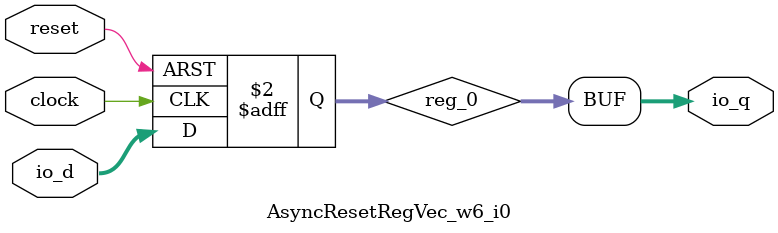
<source format=sv>
`ifndef RANDOMIZE
  `ifdef RANDOMIZE_MEM_INIT
    `define RANDOMIZE
  `endif // RANDOMIZE_MEM_INIT
`endif // not def RANDOMIZE
`ifndef RANDOMIZE
  `ifdef RANDOMIZE_REG_INIT
    `define RANDOMIZE
  `endif // RANDOMIZE_REG_INIT
`endif // not def RANDOMIZE

`ifndef RANDOM
  `define RANDOM $random
`endif // not def RANDOM

// Users can define INIT_RANDOM as general code that gets injected into the
// initializer block for modules with registers.
`ifndef INIT_RANDOM
  `define INIT_RANDOM
`endif // not def INIT_RANDOM

// If using random initialization, you can also define RANDOMIZE_DELAY to
// customize the delay used, otherwise 0.002 is used.
`ifndef RANDOMIZE_DELAY
  `define RANDOMIZE_DELAY 0.002
`endif // not def RANDOMIZE_DELAY

// Define INIT_RANDOM_PROLOG_ for use in our modules below.
`ifndef INIT_RANDOM_PROLOG_
  `ifdef RANDOMIZE
    `ifdef VERILATOR
      `define INIT_RANDOM_PROLOG_ `INIT_RANDOM
    `else  // VERILATOR
      `define INIT_RANDOM_PROLOG_ `INIT_RANDOM #`RANDOMIZE_DELAY begin end
    `endif // VERILATOR
  `else  // RANDOMIZE
    `define INIT_RANDOM_PROLOG_
  `endif // RANDOMIZE
`endif // not def INIT_RANDOM_PROLOG_

// Include register initializers in init blocks unless synthesis is set
`ifndef SYNTHESIS
  `ifndef ENABLE_INITIAL_REG_
    `define ENABLE_INITIAL_REG_
  `endif // not def ENABLE_INITIAL_REG_
`endif // not def SYNTHESIS

// Include rmemory initializers in init blocks unless synthesis is set
`ifndef SYNTHESIS
  `ifndef ENABLE_INITIAL_MEM_
    `define ENABLE_INITIAL_MEM_
  `endif // not def ENABLE_INITIAL_MEM_
`endif // not def SYNTHESIS

// Standard header to adapt well known macros for prints and assertions.

// Users can define 'PRINTF_COND' to add an extra gate to prints.
`ifndef PRINTF_COND_
  `ifdef PRINTF_COND
    `define PRINTF_COND_ (`PRINTF_COND)
  `else  // PRINTF_COND
    `define PRINTF_COND_ 1
  `endif // PRINTF_COND
`endif // not def PRINTF_COND_

// Users can define 'ASSERT_VERBOSE_COND' to add an extra gate to assert error printing.
`ifndef ASSERT_VERBOSE_COND_
  `ifdef ASSERT_VERBOSE_COND
    `define ASSERT_VERBOSE_COND_ (`ASSERT_VERBOSE_COND)
  `else  // ASSERT_VERBOSE_COND
    `define ASSERT_VERBOSE_COND_ 1
  `endif // ASSERT_VERBOSE_COND
`endif // not def ASSERT_VERBOSE_COND_

// Users can define 'STOP_COND' to add an extra gate to stop conditions.
`ifndef STOP_COND_
  `ifdef STOP_COND
    `define STOP_COND_ (`STOP_COND)
  `else  // STOP_COND
    `define STOP_COND_ 1
  `endif // STOP_COND
`endif // not def STOP_COND_

module AsyncResetRegVec_w6_i0(
  input        clock,
               reset,
  input  [5:0] io_d,	// @[generators/rocket-chip/src/main/scala/util/AsyncResetReg.scala:59:14]
  output [5:0] io_q	// @[generators/rocket-chip/src/main/scala/util/AsyncResetReg.scala:59:14]
);

  reg [5:0] reg_0;	// @[generators/rocket-chip/src/main/scala/util/AsyncResetReg.scala:61:50]
  always @(posedge clock or posedge reset) begin
    if (reset)
      reg_0 <= 6'h0;	// @[generators/rocket-chip/src/main/scala/util/AsyncResetReg.scala:61:50]
    else
      reg_0 <= io_d;	// @[generators/rocket-chip/src/main/scala/util/AsyncResetReg.scala:61:50]
  end // always @(posedge, posedge)
  `ifdef ENABLE_INITIAL_REG_
    `ifdef FIRRTL_BEFORE_INITIAL
      `FIRRTL_BEFORE_INITIAL
    `endif // FIRRTL_BEFORE_INITIAL
    logic [31:0] _RANDOM[0:0];
    initial begin
      `ifdef INIT_RANDOM_PROLOG_
        `INIT_RANDOM_PROLOG_
      `endif // INIT_RANDOM_PROLOG_
      `ifdef RANDOMIZE_REG_INIT
        _RANDOM[/*Zero width*/ 1'b0] = `RANDOM;
        reg_0 = _RANDOM[/*Zero width*/ 1'b0][5:0];	// @[generators/rocket-chip/src/main/scala/util/AsyncResetReg.scala:61:50]
      `endif // RANDOMIZE_REG_INIT
      if (reset)
        reg_0 = 6'h0;	// @[generators/rocket-chip/src/main/scala/util/AsyncResetReg.scala:61:50]
    end // initial
    `ifdef FIRRTL_AFTER_INITIAL
      `FIRRTL_AFTER_INITIAL
    `endif // FIRRTL_AFTER_INITIAL
  `endif // ENABLE_INITIAL_REG_
  assign io_q = reg_0;	// @[generators/rocket-chip/src/main/scala/util/AsyncResetReg.scala:61:50]
endmodule


</source>
